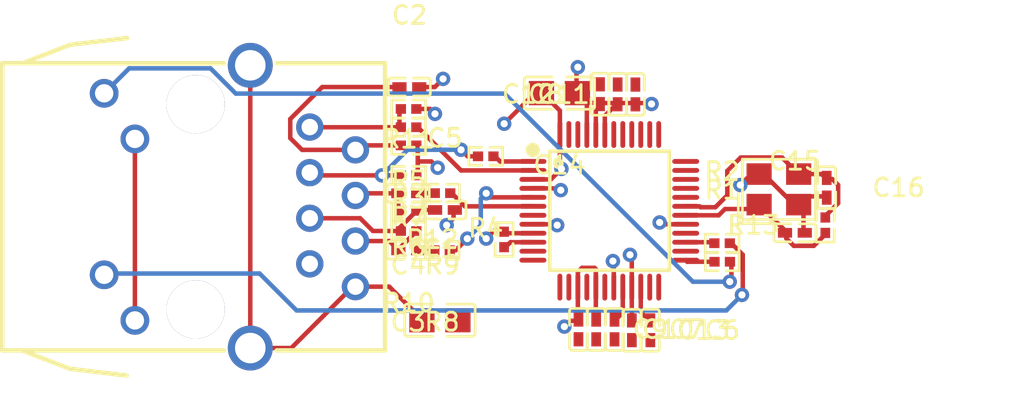
<source format=kicad_pcb>
(kicad_pcb (version 20240108) (generator "pcbnew") (generator_version "8.0")
  (layers (0 "F.Cu" signal) (31 "B.Cu" signal) (34 "B.Paste" user) (35 "F.Paste" user) (36 "B.SilkS" user "B.Silkscreen") (37 "F.SilkS" user "F.Silkscreen") (38 "B.Mask" user) (39 "F.Mask" user) (44 "Edge.Cuts" user))
  (net 0 "")
  (net 1 "TCT")
  (net 2 "LLED_minus")
  (net 3 "AVDD")
  (net 4 "RD_plus")
  (net 5 "RD_minus")
  (net 6 "CGND")
  (net 7 "TD_plus")
  (net 8 "TD_minus")
  (net 9 "RCT")
  (net 10 "RLED_minus")
  (net 11 "LINKLED")
  (net 12 "ACTLED")
  (net 13 "TXP")
  (net 14 "TXN")
  (net 15 "net-1")
  (net 16 "RXN")
  (net 17 "net")
  (net 18 "RXP")
  (net 19 "EXRES1")
  (net 20 "gnd")
  (net 21 "xin")
  (net 22 "xout")
  (net 23 "mosi")
  (net 24 "SCSn")
  (net 25 "sck")
  (net 26 "rsvd")
  (net 27 "_1V2O")
  (net 28 "MISO")
  (net 29 "TOCAP")
  (net 30 "DUPLED")
  (net 31 "interrupt")
  (net 32 "VBG")
  (net 33 "reset")
  (net 34 "SPDLED")
  (footprint "atopile:C0402-b3ef17" (layer "F.Cu") (at 101.563575 69.755 180)
    (property "Reference" "C3" (at 0 -4 0) (layer "F.SilkS"))
    (property "Value" "6.8nF ±10% 50V X7R")
    (fp_text user "${REFERENCE}" (at 0 -4 0) (layer "F.SilkS"))
    (pad "1" smd rect (at -0.55 0 180) (size 0.79 0.54) (layers "F.Cu" "F.Paste" "F.Mask") (net 15 "net-1"))
    (pad "2" smd rect (at 0.55 0 180) (size 0.79 0.54) (layers "F.Cu" "F.Paste" "F.Mask") (net 5 "RD_minus"))
  )
  (footprint "atopile:R0402-56259e" (layer "F.Cu") (at 101.583575 65.575 180)
    (property "Reference" "R6" (at 0 -4 0) (layer "F.SilkS"))
    (property "Value" "49.9Ω ±1% 62.5mW")
    (fp_text user "${REFERENCE}" (at 0 -4 0) (layer "F.SilkS"))
    (pad "1" smd rect (at -0.43 0 180) (size 0.57 0.54) (layers "F.Cu" "F.Paste" "F.Mask") (net 3 "AVDD"))
    (pad "2" smd rect (at 0.43 0 180) (size 0.57 0.54) (layers "F.Cu" "F.Paste" "F.Mask") (net 8 "TD_minus"))
  )
  (footprint "atopile:C0402-b3ef17" (layer "F.Cu") (at 114.201634 61.067987 90)
    (property "Reference" "C11" (at 0 -4 0) (layer "F.SilkS"))
    (property "Value" "100nF ±10% 16V X7R")
    (fp_text user "${REFERENCE}" (at 0 -4 0) (layer "F.SilkS"))
    (pad "1" smd rect (at -0.55 0 90) (size 0.79 0.54) (layers "F.Cu" "F.Paste" "F.Mask") (net 3 "AVDD"))
    (pad "2" smd rect (at 0.55 0 90) (size 0.79 0.54) (layers "F.Cu" "F.Paste" "F.Mask") (net 20 "gnd"))
  )
  (footprint "atopile:R0402-56259e" (layer "F.Cu") (at 101.583575 62.895 180)
    (property "Reference" "R3" (at 0 -4 0) (layer "F.SilkS"))
    (property "Value" "33Ω ±1% 62.5mW")
    (fp_text user "${REFERENCE}" (at 0 -4 0) (layer "F.SilkS"))
    (pad "1" smd rect (at -0.43 0 180) (size 0.57 0.54) (layers "F.Cu" "F.Paste" "F.Mask") (net 13 "TXP"))
    (pad "2" smd rect (at 0.43 0 180) (size 0.57 0.54) (layers "F.Cu" "F.Paste" "F.Mask") (net 7 "TD_plus"))
  )
  (footprint "lib:LQFP-48_L7.0-W7.0-P0.50-LS9.0-BL" (layer "F.Cu") (at 112.75 67.55 -90)
    (property "Reference" "U1" (hide yes))
    (property "Value" "")
    (pad "1" smd oval (at -2.75 4.25 270) (size 0.27 1.5) (layers "F.Cu" "F.Paste" "F.Mask") (net 14 "TXN"))
    (pad "2" smd oval (at -2.25 4.25 270) (size 0.27 1.5) (layers "F.Cu" "F.Paste" "F.Mask") (net 13 "TXP"))
    (pad "3" smd oval (at -1.75 4.25 270) (size 0.27 1.5) (layers "F.Cu" "F.Paste" "F.Mask") (net 20 "gnd"))
    (pad "4" smd oval (at -1.25 4.25 270) (size 0.27 1.5) (layers "F.Cu" "F.Paste" "F.Mask") (net 3 "AVDD"))
    (pad "5" smd oval (at -0.75 4.25 270) (size 0.27 1.5) (layers "F.Cu" "F.Paste" "F.Mask") (net 16 "RXN"))
    (pad "6" smd oval (at -0.25 4.25 270) (size 0.27 1.5) (layers "F.Cu" "F.Paste" "F.Mask") (net 18 "RXP"))
    (pad "7" smd oval (at 0.25 4.25 270) (size 0.27 1.5) (layers "F.Cu" "F.Paste" "F.Mask"))
    (pad "8" smd oval (at 0.75 4.25 270) (size 0.27 1.5) (layers "F.Cu" "F.Paste" "F.Mask") (net 3 "AVDD"))
    (pad "9" smd oval (at 1.25 4.25 270) (size 0.27 1.5) (layers "F.Cu" "F.Paste" "F.Mask") (net 20 "gnd"))
    (pad "10" smd oval (at 1.75 4.25 270) (size 0.27 1.5) (layers "F.Cu" "F.Paste" "F.Mask") (net 19 "EXRES1"))
    (pad "11" smd oval (at 2.25 4.25 270) (size 0.27 1.5) (layers "F.Cu" "F.Paste" "F.Mask") (net 3 "AVDD"))
    (pad "12" smd oval (at 2.75 4.25 270) (size 0.27 1.5) (layers "F.Cu" "F.Paste" "F.Mask"))
    (pad "13" smd oval (at 4.25 2.75 270) (size 1.5 0.27) (layers "F.Cu" "F.Paste" "F.Mask"))
    (pad "14" smd oval (at 4.25 2.25 270) (size 1.5 0.27) (layers "F.Cu" "F.Paste" "F.Mask") (net 20 "gnd"))
    (pad "15" smd oval (at 4.25 1.75 270) (size 1.5 0.27) (layers "F.Cu" "F.Paste" "F.Mask") (net 3 "AVDD"))
    (pad "16" smd oval (at 4.25 1.25 270) (size 1.5 0.27) (layers "F.Cu" "F.Paste" "F.Mask") (net 20 "gnd"))
    (pad "17" smd oval (at 4.25 0.75 270) (size 1.5 0.27) (layers "F.Cu" "F.Paste" "F.Mask") (net 3 "AVDD"))
    (pad "18" smd oval (at 4.25 0.25 270) (size 1.5 0.27) (layers "F.Cu" "F.Paste" "F.Mask") (net 32 "VBG"))
    (pad "19" smd oval (at 4.25 -0.25 270) (size 1.5 0.27) (layers "F.Cu" "F.Paste" "F.Mask") (net 20 "gnd"))
    (pad "20" smd oval (at 4.25 -0.75 270) (size 1.5 0.27) (layers "F.Cu" "F.Paste" "F.Mask") (net 29 "TOCAP"))
    (pad "21" smd oval (at 4.25 -1.25 270) (size 1.5 0.27) (layers "F.Cu" "F.Paste" "F.Mask") (net 3 "AVDD"))
    (pad "22" smd oval (at 4.25 -1.75 270) (size 1.5 0.27) (layers "F.Cu" "F.Paste" "F.Mask") (net 27 "_1V2O"))
    (pad "23" smd oval (at 4.25 -2.25 270) (size 1.5 0.27) (layers "F.Cu" "F.Paste" "F.Mask") (net 26 "rsvd"))
    (pad "24" smd oval (at 4.25 -2.75 270) (size 1.5 0.27) (layers "F.Cu" "F.Paste" "F.Mask") (net 34 "SPDLED"))
    (pad "25" smd oval (at 2.75 -4.25 270) (size 0.27 1.5) (layers "F.Cu" "F.Paste" "F.Mask") (net 11 "LINKLED"))
    (pad "26" smd oval (at 2.25 -4.25 270) (size 0.27 1.5) (layers "F.Cu" "F.Paste" "F.Mask") (net 30 "DUPLED"))
    (pad "27" smd oval (at 1.75 -4.25 270) (size 0.27 1.5) (layers "F.Cu" "F.Paste" "F.Mask") (net 12 "ACTLED"))
    (pad "28" smd oval (at 1.25 -4.25 270) (size 0.27 1.5) (layers "F.Cu" "F.Paste" "F.Mask") (net 3 "AVDD"))
    (pad "29" smd oval (at 0.75 -4.25 270) (size 0.27 1.5) (layers "F.Cu" "F.Paste" "F.Mask") (net 20 "gnd"))
    (pad "30" smd oval (at 0.25 -4.25 270) (size 0.27 1.5) (layers "F.Cu" "F.Paste" "F.Mask") (net 21 "xin"))
    (pad "31" smd oval (at -0.25 -4.25 270) (size 0.27 1.5) (layers "F.Cu" "F.Paste" "F.Mask") (net 22 "xout"))
    (pad "32" smd oval (at -0.75 -4.25 270) (size 0.27 1.5) (layers "F.Cu" "F.Paste" "F.Mask") (net 24 "SCSn"))
    (pad "33" smd oval (at -1.25 -4.25 270) (size 0.27 1.5) (layers "F.Cu" "F.Paste" "F.Mask") (net 25 "sck"))
    (pad "34" smd oval (at -1.75 -4.25 270) (size 0.27 1.5) (layers "F.Cu" "F.Paste" "F.Mask") (net 28 "MISO"))
    (pad "35" smd oval (at -2.25 -4.25 270) (size 0.27 1.5) (layers "F.Cu" "F.Paste" "F.Mask") (net 23 "mosi"))
    (pad "36" smd oval (at -2.75 -4.25 270) (size 0.27 1.5) (layers "F.Cu" "F.Paste" "F.Mask") (net 31 "interrupt"))
    (pad "37" smd oval (at -4.25 -2.75 270) (size 1.5 0.27) (layers "F.Cu" "F.Paste" "F.Mask") (net 33 "reset"))
    (pad "38" smd oval (at -4.25 -2.25 270) (size 1.5 0.27) (layers "F.Cu" "F.Paste" "F.Mask") (net 26 "rsvd"))
    (pad "39" smd oval (at -4.25 -1.75 270) (size 1.5 0.27) (layers "F.Cu" "F.Paste" "F.Mask") (net 26 "rsvd"))
    (pad "40" smd oval (at -4.25 -1.25 270) (size 1.5 0.27) (layers "F.Cu" "F.Paste" "F.Mask") (net 26 "rsvd"))
    (pad "41" smd oval (at -4.25 -0.75 270) (size 1.5 0.27) (layers "F.Cu" "F.Paste" "F.Mask") (net 26 "rsvd"))
    (pad "42" smd oval (at -4.25 -0.25 270) (size 1.5 0.27) (layers "F.Cu" "F.Paste" "F.Mask") (net 26 "rsvd"))
    (pad "43" smd oval (at -4.25 0.25 270) (size 1.5 0.27) (layers "F.Cu" "F.Paste" "F.Mask") (net 3 "AVDD"))
    (pad "44" smd oval (at -4.25 0.75 270) (size 1.5 0.27) (layers "F.Cu" "F.Paste" "F.Mask") (net 3 "AVDD"))
    (pad "45" smd oval (at -4.25 1.25 270) (size 1.5 0.27) (layers "F.Cu" "F.Paste" "F.Mask") (net 3 "AVDD"))
    (pad "46" smd oval (at -4.25 1.75 270) (size 1.5 0.27) (layers "F.Cu" "F.Paste" "F.Mask"))
    (pad "47" smd oval (at -4.25 2.25 270) (size 1.5 0.27) (layers "F.Cu" "F.Paste" "F.Mask"))
    (pad "48" smd oval (at -4.25 2.75 270) (size 1.5 0.27) (layers "F.Cu" "F.Paste" "F.Mask") (net 20 "gnd"))
  )
  (footprint "atopile:R0402-56259e" (layer "F.Cu") (at 101.583575 63.905 180)
    (property "Reference" "R7" (at 0 -4 0) (layer "F.SilkS"))
    (property "Value" "10Ω ±1% 62.5mW")
    (fp_text user "${REFERENCE}" (at 0 -4 0) (layer "F.SilkS"))
    (pad "1" smd rect (at -0.43 0 180) (size 0.57 0.54) (layers "F.Cu" "F.Paste" "F.Mask") (net 3 "AVDD"))
    (pad "2" smd rect (at 0.43 0 180) (size 0.57 0.54) (layers "F.Cu" "F.Paste" "F.Mask") (net 1 "TCT"))
  )
  (footprint "atopile:C0402-b3ef17" (layer "F.Cu") (at 123.075 68.775)
    (property "Reference" "C15" (at 0 -4 0) (layer "F.SilkS"))
    (property "Value" "10pF ±5% 50V C0G")
    (fp_text user "${REFERENCE}" (at 0 -4 0) (layer "F.SilkS"))
    (pad "1" smd rect (at -0.55 0) (size 0.79 0.54) (layers "F.Cu" "F.Paste" "F.Mask") (net 21 "xin"))
    (pad "2" smd rect (at 0.55 0) (size 0.79 0.54) (layers "F.Cu" "F.Paste" "F.Mask") (net 20 "gnd"))
  )
  (footprint "atopile:R0402-56259e" (layer "F.Cu") (at 105.875 64.515 180)
    (property "Reference" "R4" (at 0 -4 0) (layer "F.SilkS"))
    (property "Value" "33Ω ±1% 62.5mW")
    (fp_text user "${REFERENCE}" (at 0 -4 0) (layer "F.SilkS"))
    (pad "1" smd rect (at -0.43 0 180) (size 0.57 0.54) (layers "F.Cu" "F.Paste" "F.Mask") (net 14 "TXN"))
    (pad "2" smd rect (at 0.43 0 180) (size 0.57 0.54) (layers "F.Cu" "F.Paste" "F.Mask") (net 8 "TD_minus"))
  )
  (footprint "atopile:R0402-56259e" (layer "F.Cu") (at 103.445 69.745 180)
    (property "Reference" "R8" (at 0 -4 0) (layer "F.SilkS"))
    (property "Value" "33Ω ±1% 62.5mW")
    (fp_text user "${REFERENCE}" (at 0 -4 0) (layer "F.SilkS"))
    (pad "1" smd rect (at -0.43 0 180) (size 0.57 0.54) (layers "F.Cu" "F.Paste" "F.Mask") (net 16 "RXN"))
    (pad "2" smd rect (at 0.43 0 180) (size 0.57 0.54) (layers "F.Cu" "F.Paste" "F.Mask") (net 15 "net-1"))
  )
  (footprint "atopile:R0402-56259e" (layer "F.Cu") (at 119.025 69.355)
    (property "Reference" "R2" (at 0 -4 0) (layer "F.SilkS"))
    (property "Value" "220Ω ±1% 62.5mW")
    (fp_text user "${REFERENCE}" (at 0 -4 0) (layer "F.SilkS"))
    (pad "1" smd rect (at -0.43 0) (size 0.57 0.54) (layers "F.Cu" "F.Paste" "F.Mask") (net 12 "ACTLED"))
    (pad "2" smd rect (at 0.43 0) (size 0.57 0.54) (layers "F.Cu" "F.Paste" "F.Mask") (net 10 "RLED_minus"))
  )
  (footprint "lib:RJ45-TH_J1B1211CCD" (layer "F.Cu") (at 91.635 67.325 -90)
    (property "Reference" "U2" (hide yes))
    (property "Value" "")
    (pad "" thru_hole circle (at -5.71 1.9 270) (size 3.25 3.25) (drill 3.25) (layers "*.Cu" "*.Mask"))
    (pad "" thru_hole circle (at 5.72 1.9 270) (size 3.25 3.25) (drill 3.25) (layers "*.Cu" "*.Mask"))
    (pad "1" thru_hole circle (at -4.44 -4.45 270) (size 1.52 1.52) (drill 0.9144) (layers "*.Cu" "*.Mask") (net 7 "TD_plus"))
    (pad "2" thru_hole circle (at -3.17 -6.99 270) (size 1.52 1.52) (drill 0.9144) (layers "*.Cu" "*.Mask") (net 1 "TCT"))
    (pad "3" thru_hole circle (at -1.9 -4.45 270) (size 1.52 1.52) (drill 0.9144) (layers "*.Cu" "*.Mask") (net 8 "TD_minus"))
    (pad "4" thru_hole circle (at -0.63 -6.99 270) (size 1.52 1.52) (drill 0.9144) (layers "*.Cu" "*.Mask") (net 4 "RD_plus"))
    (pad "5" thru_hole circle (at 0.64 -4.45 270) (size 1.52 1.52) (drill 0.9144) (layers "*.Cu" "*.Mask") (net 9 "RCT"))
    (pad "6" thru_hole circle (at 1.91 -6.99 270) (size 1.52 1.52) (drill 0.9144) (layers "*.Cu" "*.Mask") (net 5 "RD_minus"))
    (pad "7" thru_hole circle (at 3.18 -4.45 270) (size 1.52 1.52) (drill 0.9144) (layers "*.Cu" "*.Mask"))
    (pad "8" thru_hole circle (at 4.45 -6.99 270) (size 1.52 1.52) (drill 0.9144) (layers "*.Cu" "*.Mask") (net 6 "CGND"))
    (pad "9" thru_hole circle (at -6.32 6.99 270) (size 1.6 1.6) (drill 1.020013) (layers "*.Cu" "*.Mask") (net 2 "LLED_minus"))
    (pad "10" thru_hole circle (at -3.78 5.28 270) (size 1.6 1.6) (drill 1.020013) (layers "*.Cu" "*.Mask") (net 3 "AVDD"))
    (pad "11" thru_hole circle (at 3.79 6.99 270) (size 1.6 1.6) (drill 1.020013) (layers "*.Cu" "*.Mask") (net 10 "RLED_minus"))
    (pad "12" thru_hole circle (at 6.33 5.28 270) (size 1.6 1.6) (drill 1.020013) (layers "*.Cu" "*.Mask") (net 3 "AVDD"))
    (pad "13" thru_hole circle (at -7.88 -1.14 270) (size 2.5 2.5) (drill 1.700022) (layers "*.Cu" "*.Mask") (net 6 "CGND"))
    (pad "14" thru_hole circle (at 7.87 -1.14 270) (size 2.5 2.5) (drill 1.700022) (layers "*.Cu" "*.Mask") (net 6 "CGND"))
  )
  (footprint "atopile:R0402-56259e" (layer "F.Cu") (at 103.470125 66.567682 180)
    (property "Reference" "R9" (at 0 -4 0) (layer "F.SilkS"))
    (property "Value" "33Ω ±1% 62.5mW")
    (fp_text user "${REFERENCE}" (at 0 -4 0) (layer "F.SilkS"))
    (pad "1" smd rect (at -0.43 0 180) (size 0.57 0.54) (layers "F.Cu" "F.Paste" "F.Mask") (net 18 "RXP"))
    (pad "2" smd rect (at 0.43 0 180) (size 0.57 0.54) (layers "F.Cu" "F.Paste" "F.Mask") (net 17 "net"))
  )
  (footprint "atopile:C0402-b3ef17" (layer "F.Cu") (at 114.005 74.205 -90)
    (property "Reference" "C13" (at 0 -4 0) (layer "F.SilkS"))
    (property "Value" "100nF ±10% 16V X7R")
    (fp_text user "${REFERENCE}" (at 0 -4 0) (layer "F.SilkS"))
    (pad "1" smd rect (at -0.55 0 270) (size 0.79 0.54) (layers "F.Cu" "F.Paste" "F.Mask") (net 3 "AVDD"))
    (pad "2" smd rect (at 0.55 0 270) (size 0.79 0.54) (layers "F.Cu" "F.Paste" "F.Mask") (net 20 "gnd"))
  )
  (footprint "atopile:C0402-b3ef17" (layer "F.Cu") (at 113.215 61.065 90)
    (property "Reference" "C8" (at 0 -4 0) (layer "F.SilkS"))
    (property "Value" "100nF ±10% 16V X7R")
    (fp_text user "${REFERENCE}" (at 0 -4 0) (layer "F.SilkS"))
    (pad "1" smd rect (at -0.55 0 90) (size 0.79 0.54) (layers "F.Cu" "F.Paste" "F.Mask") (net 3 "AVDD"))
    (pad "2" smd rect (at 0.55 0 90) (size 0.79 0.54) (layers "F.Cu" "F.Paste" "F.Mask") (net 20 "gnd"))
  )
  (footprint "atopile:R0402-56259e" (layer "F.Cu") (at 106.895 69.145 90)
    (property "Reference" "R12" (at 0 -4 0) (layer "F.SilkS"))
    (property "Value" "12.4kΩ ±1% 62.5mW")
    (fp_text user "${REFERENCE}" (at 0 -4 0) (layer "F.SilkS"))
    (pad "1" smd rect (at -0.43 0 90) (size 0.57 0.54) (layers "F.Cu" "F.Paste" "F.Mask") (net 19 "EXRES1"))
    (pad "2" smd rect (at 0.43 0 90) (size 0.57 0.54) (layers "F.Cu" "F.Paste" "F.Mask") (net 20 "gnd"))
  )
  (footprint "atopile:R0402-56259e" (layer "F.Cu") (at 101.583575 61.875546 180)
    (property "Reference" "R5" (at 0 -4 0) (layer "F.SilkS"))
    (property "Value" "49.9Ω ±1% 62.5mW")
    (fp_text user "${REFERENCE}" (at 0 -4 0) (layer "F.SilkS"))
    (pad "1" smd rect (at -0.43 0 180) (size 0.57 0.54) (layers "F.Cu" "F.Paste" "F.Mask") (net 3 "AVDD"))
    (pad "2" smd rect (at 0.43 0 180) (size 0.57 0.54) (layers "F.Cu" "F.Paste" "F.Mask") (net 7 "TD_plus"))
  )
  (footprint "atopile:R0402-56259e" (layer "F.Cu") (at 101.583575 68.675 180)
    (property "Reference" "R10" (at 0 -4 0) (layer "F.SilkS"))
    (property "Value" "49.9Ω ±1% 62.5mW")
    (fp_text user "${REFERENCE}" (at 0 -4 0) (layer "F.SilkS"))
    (pad "1" smd rect (at -0.43 0 180) (size 0.57 0.54) (layers "F.Cu" "F.Paste" "F.Mask") (net 5 "RD_minus"))
    (pad "2" smd rect (at 0.43 0 180) (size 0.57 0.54) (layers "F.Cu" "F.Paste" "F.Mask") (net 9 "RCT"))
  )
  (footprint "atopile:R0402-56259e" (layer "F.Cu") (at 101.583575 67.550822)
    (property "Reference" "R11" (at 0 -4 0) (layer "F.SilkS"))
    (property "Value" "49.9Ω ±1% 62.5mW")
    (fp_text user "${REFERENCE}" (at 0 -4 0) (layer "F.SilkS"))
    (pad "1" smd rect (at -0.43 0) (size 0.57 0.54) (layers "F.Cu" "F.Paste" "F.Mask") (net 4 "RD_plus"))
    (pad "2" smd rect (at 0.43 0) (size 0.57 0.54) (layers "F.Cu" "F.Paste" "F.Mask") (net 9 "RCT"))
  )
  (footprint "atopile:C0805-3b2e55" (layer "F.Cu") (at 109.975 60.995 180)
    (property "Reference" "C14" (at 0 -4 0) (layer "F.SilkS"))
    (property "Value" "10µF ±10% 25V X5R")
    (fp_text user "${REFERENCE}" (at 0 -4 0) (layer "F.SilkS"))
    (pad "1" smd rect (at -1 0 180) (size 1.41 1.35) (layers "F.Cu" "F.Paste" "F.Mask") (net 3 "AVDD"))
    (pad "2" smd rect (at 1 0 180) (size 1.41 1.35) (layers "F.Cu" "F.Paste" "F.Mask") (net 20 "gnd"))
  )
  (footprint "atopile:R0402-56259e" (layer "F.Cu") (at 119.03304 70.387562)
    (property "Reference" "R1" (at 0 -4 0) (layer "F.SilkS"))
    (property "Value" "220Ω ±1% 62.5mW")
    (fp_text user "${REFERENCE}" (at 0 -4 0) (layer "F.SilkS"))
    (pad "1" smd rect (at -0.43 0) (size 0.57 0.54) (layers "F.Cu" "F.Paste" "F.Mask") (net 11 "LINKLED"))
    (pad "2" smd rect (at 0.43 0) (size 0.57 0.54) (layers "F.Cu" "F.Paste" "F.Mask") (net 2 "LLED_minus"))
  )
  (footprint "atopile:R0402-56259e" (layer "F.Cu") (at 124.766791 68.351886 90)
    (property "Reference" "R13" (at 0 -4 0) (layer "F.SilkS"))
    (property "Value" "1MΩ ±1% 62.5mW")
    (fp_text user "${REFERENCE}" (at 0 -4 0) (layer "F.SilkS"))
    (pad "1" smd rect (at -0.43 0 90) (size 0.57 0.54) (layers "F.Cu" "F.Paste" "F.Mask") (net 21 "xin"))
    (pad "2" smd rect (at 0.43 0 90) (size 0.57 0.54) (layers "F.Cu" "F.Paste" "F.Mask") (net 22 "xout"))
  )
  (footprint "atopile:C0402-b3ef17" (layer "F.Cu") (at 103.605125 67.502682)
    (property "Reference" "C5" (at 0 -4 0) (layer "F.SilkS"))
    (property "Value" "10nF ±10% 50V X7R")
    (fp_text user "${REFERENCE}" (at 0 -4 0) (layer "F.SilkS"))
    (pad "1" smd rect (at -0.55 0) (size 0.79 0.54) (layers "F.Cu" "F.Paste" "F.Mask") (net 9 "RCT"))
    (pad "2" smd rect (at 0.55 0) (size 0.79 0.54) (layers "F.Cu" "F.Paste" "F.Mask") (net 20 "gnd"))
  )
  (footprint "atopile:C0805-3b2e55" (layer "F.Cu") (at 103.325 73.645)
    (property "Reference" "C1" (at 0 -4 0) (layer "F.SilkS"))
    (property "Value" "1nF ±10% 50V X7R")
    (fp_text user "${REFERENCE}" (at 0 -4 0) (layer "F.SilkS"))
    (pad "1" smd rect (at -1 0) (size 1.41 1.35) (layers "F.Cu" "F.Paste" "F.Mask") (net 6 "CGND"))
    (pad "2" smd rect (at 1 0) (size 1.41 1.35) (layers "F.Cu" "F.Paste" "F.Mask") (net 20 "gnd"))
  )
  (footprint "atopile:C0402-b3ef17" (layer "F.Cu") (at 101.625 60.655)
    (property "Reference" "C2" (at 0 -4 0) (layer "F.SilkS"))
    (property "Value" "22nF ±10% 50V X7R")
    (fp_text user "${REFERENCE}" (at 0 -4 0) (layer "F.SilkS"))
    (pad "1" smd rect (at -0.55 0) (size 0.79 0.54) (layers "F.Cu" "F.Paste" "F.Mask") (net 1 "TCT"))
    (pad "2" smd rect (at 0.55 0) (size 0.79 0.54) (layers "F.Cu" "F.Paste" "F.Mask") (net 20 "gnd"))
  )
  (footprint "atopile:C0402-b3ef17" (layer "F.Cu") (at 113.041337 74.159466 -90)
    (property "Reference" "C7" (at 0 -4 0) (layer "F.SilkS"))
    (property "Value" "4.7µF ±10% 10V X5R")
    (fp_text user "${REFERENCE}" (at 0 -4 0) (layer "F.SilkS"))
    (pad "1" smd rect (at -0.55 0 270) (size 0.79 0.54) (layers "F.Cu" "F.Paste" "F.Mask") (net 29 "TOCAP"))
    (pad "2" smd rect (at 0.55 0 270) (size 0.79 0.54) (layers "F.Cu" "F.Paste" "F.Mask") (net 20 "gnd"))
  )
  (footprint "lib:CRYSTAL-SMD_4P-L3.2-W2.5-BL" (layer "F.Cu") (at 122.185 66.355)
    (property "Reference" "U3" (hide yes))
    (property "Value" "")
    (pad "1" smd rect (at -1.1 0.85) (size 1.4 1.2) (layers "F.Cu" "F.Paste" "F.Mask") (net 21 "xin"))
    (pad "2" smd rect (at 1.1 0.85) (size 1.4 1.2) (layers "F.Cu" "F.Paste" "F.Mask") (net 20 "gnd"))
    (pad "3" smd rect (at 1.1 -0.85) (size 1.4 1.2) (layers "F.Cu" "F.Paste" "F.Mask") (net 22 "xout"))
    (pad "4" smd rect (at -1.1 -0.85) (size 1.4 1.2) (layers "F.Cu" "F.Paste" "F.Mask") (net 20 "gnd"))
  )
  (footprint "atopile:C0402-b3ef17" (layer "F.Cu") (at 111.033825 74.155907 -90)
    (property "Reference" "C9" (at 0 -4 0) (layer "F.SilkS"))
    (property "Value" "100nF ±10% 16V X7R")
    (fp_text user "${REFERENCE}" (at 0 -4 0) (layer "F.SilkS"))
    (pad "1" smd rect (at -0.55 0 270) (size 0.79 0.54) (layers "F.Cu" "F.Paste" "F.Mask") (net 3 "AVDD"))
    (pad "2" smd rect (at 0.55 0 270) (size 0.79 0.54) (layers "F.Cu" "F.Paste" "F.Mask") (net 20 "gnd"))
  )
  (footprint "atopile:C0402-b3ef17" (layer "F.Cu") (at 112.019446 74.158947 -90)
    (property "Reference" "C10" (at 0 -4 0) (layer "F.SilkS"))
    (property "Value" "100nF ±10% 16V X7R")
    (fp_text user "${REFERENCE}" (at 0 -4 0) (layer "F.SilkS"))
    (pad "1" smd rect (at -0.55 0 270) (size 0.79 0.54) (layers "F.Cu" "F.Paste" "F.Mask") (net 3 "AVDD"))
    (pad "2" smd rect (at 0.55 0 270) (size 0.79 0.54) (layers "F.Cu" "F.Paste" "F.Mask") (net 20 "gnd"))
  )
  (footprint "atopile:C0402-b3ef17" (layer "F.Cu") (at 115.035 74.205 -90)
    (property "Reference" "C6" (at 0 -4 0) (layer "F.SilkS"))
    (property "Value" "10nF ±10% 50V X7R")
    (fp_text user "${REFERENCE}" (at 0 -4 0) (layer "F.SilkS"))
    (pad "1" smd rect (at -0.55 0 270) (size 0.79 0.54) (layers "F.Cu" "F.Paste" "F.Mask") (net 27 "_1V2O"))
    (pad "2" smd rect (at 0.55 0 270) (size 0.79 0.54) (layers "F.Cu" "F.Paste" "F.Mask") (net 20 "gnd"))
  )
  (footprint "atopile:C0402-b3ef17" (layer "F.Cu") (at 101.563575 66.575 180)
    (property "Reference" "C4" (at 0 -4 0) (layer "F.SilkS"))
    (property "Value" "6.8nF ±10% 50V X7R")
    (fp_text user "${REFERENCE}" (at 0 -4 0) (layer "F.SilkS"))
    (pad "1" smd rect (at -0.55 0 180) (size 0.79 0.54) (layers "F.Cu" "F.Paste" "F.Mask") (net 17 "net"))
    (pad "2" smd rect (at 0.55 0 180) (size 0.79 0.54) (layers "F.Cu" "F.Paste" "F.Mask") (net 4 "RD_plus"))
  )
  (footprint "atopile:C0402-b3ef17" (layer "F.Cu") (at 124.846602 66.265794 -90)
    (property "Reference" "C16" (at 0 -4 0) (layer "F.SilkS"))
    (property "Value" "10pF ±5% 50V C0G")
    (fp_text user "${REFERENCE}" (at 0 -4 0) (layer "F.SilkS"))
    (pad "1" smd rect (at -0.55 0 270) (size 0.79 0.54) (layers "F.Cu" "F.Paste" "F.Mask") (net 22 "xout"))
    (pad "2" smd rect (at 0.55 0 270) (size 0.79 0.54) (layers "F.Cu" "F.Paste" "F.Mask") (net 20 "gnd"))
  )
  (footprint "atopile:C0402-b3ef17" (layer "F.Cu") (at 112.235 61.055 90)
    (property "Reference" "C12" (at 0 -4 0) (layer "F.SilkS"))
    (property "Value" "100nF ±10% 16V X7R")
    (fp_text user "${REFERENCE}" (at 0 -4 0) (layer "F.SilkS"))
    (pad "1" smd rect (at -0.55 0 90) (size 0.79 0.54) (layers "F.Cu" "F.Paste" "F.Mask") (net 3 "AVDD"))
    (pad "2" smd rect (at 0.55 0 90) (size 0.79 0.54) (layers "F.Cu" "F.Paste" "F.Mask") (net 20 "gnd"))
  )
  (segment (start 101.075 60.655) (end 96.780578 60.655) (width 0.25) (layer "F.Cu") (net 1))
  (segment (start 95.655 64.155) (end 98.625 64.155) (width 0.25) (layer "F.Cu") (net 1))
  (segment (start 101.085 63.905) (end 98.875 63.905) (width 0.25) (layer "F.Cu") (net 1))
  (segment (start 96.780578 60.655) (end 95 62.435578) (width 0.25) (layer "F.Cu") (net 1))
  (segment (start 95 63.5) (end 95.655 64.155) (width 0.25) (layer "F.Cu") (net 1))
  (segment (start 95 62.435578) (end 95 63.5) (width 0.25) (layer "F.Cu") (net 1))
  (segment (start 98.875 63.905) (end 98.625 64.155) (width 0.25) (layer "F.Cu") (net 1))
  (segment (start 119.54304 71.40696) (end 119.45 71.5) (width 0.25) (layer "F.Cu") (net 2))
  (segment (start 119.54304 70.387562) (end 119.54304 71.40696) (width 0.25) (layer "F.Cu") (net 2))
  (via (at 119.45 71.5) (size 0.8) (drill 0.4) (layers "F.Cu" "B.Cu") (net 2))
  (segment (start 90.563427 59.615) (end 86.035 59.615) (width 0.25) (layer "B.Cu") (net 2))
  (segment (start 86.035 59.615) (end 84.645 61.005) (width 0.25) (layer "B.Cu") (net 2))
  (segment (start 106.92 61.02) (end 91.968427 61.02) (width 0.25) (layer "B.Cu") (net 2))
  (segment (start 91.968427 61.02) (end 90.563427 59.615) (width 0.25) (layer "B.Cu") (net 2))
  (segment (start 119.45 71.5) (end 117.4 71.5) (width 0.25) (layer "B.Cu") (net 2))
  (segment (start 117.4 71.5) (end 106.92 61.02) (width 0.25) (layer "B.Cu") (net 2))
  (segment (start 112 71.8) (end 112 73.659501) (width 0.25) (layer "F.Cu") (net 3))
  (segment (start 102.85 64.8) (end 103.2 65.15) (width 0.25) (layer "F.Cu") (net 3))
  (segment (start 114.201634 61.547987) (end 115.047987 61.547987) (width 0.25) (layer "F.Cu") (net 3))
  (segment (start 110.925 59.625) (end 111 59.55) (width 0.25) (layer "F.Cu") (net 3))
  (segment (start 86.355 73.655) (end 86.355 63.545) (width 0.25) (layer "F.Cu") (net 3))
  (segment (start 114 71.8) (end 114 73.72) (width 0.25) (layer "F.Cu") (net 3))
  (segment (start 108.5 68.3) (end 109.8 68.3) (width 0.25) (layer "F.Cu") (net 3))
  (segment (start 112 61.77) (end 112.235 61.535) (width 0.25) (layer "F.Cu") (net 3))
  (segment (start 111.465 61.535) (end 110.925 60.995) (width 0.25) (layer "F.Cu") (net 3))
  (segment (start 110.574093 73.675907) (end 110.25 74) (width 0.25) (layer "F.Cu") (net 3))
  (segment (start 114.201634 61.547987) (end 112.247987 61.547987) (width 0.25) (layer "F.Cu") (net 3))
  (segment (start 112 63.3) (end 112 61.77) (width 0.25) (layer "F.Cu") (net 3))
  (segment (start 112 70.8) (end 111.925 70.725) (width 0.25) (layer "F.Cu") (net 3))
  (segment (start 111.033825 73.675907) (end 110.574093 73.675907) (width 0.25) (layer "F.Cu") (net 3))
  (segment (start 102.093575 64.8) (end 102.85 64.8) (width 0.25) (layer "F.Cu") (net 3))
  (segment (start 112.235 61.535) (end 111.465 61.535) (width 0.25) (layer "F.Cu") (net 3))
  (segment (start 112.5 63.3) (end 112.5 62.26) (width 0.25) (layer "F.Cu") (net 3))
  (segment (start 115.047987 61.547987) (end 115.1 61.6) (width 0.25) (layer "F.Cu") (net 3))
  (segment (start 111.5 61.57) (end 110.925 60.995) (width 0.25) (layer "F.Cu") (net 3))
  (segment (start 111.229462 70.725) (end 111 70.954462) (width 0.25) (layer "F.Cu") (net 3))
  (segment (start 102.093575 63.905) (end 102.093575 64.8) (width 0.25) (layer "F.Cu") (net 3))
  (segment (start 109.8 68.3) (end 109.85 68.35) (width 0.25) (layer "F.Cu") (net 3))
  (segment (start 102.775546 61.875546) (end 103.05 62.15) (width 0.25) (layer "F.Cu") (net 3))
  (segment (start 111.082918 73.725) (end 111.033825 73.675907) (width 0.25) (layer "F.Cu") (net 3))
  (segment (start 108.5 66.3) (end 109.95 66.3) (width 0.25) (layer "F.Cu") (net 3))
  (segment (start 102.093575 61.875546) (end 102.775546 61.875546) (width 0.25) (layer "F.Cu") (net 3))
  (segment (start 112.5 62.26) (end 113.215 61.545) (width 0.25) (layer "F.Cu") (net 3))
  (segment (start 111.925 70.725) (end 111.229462 70.725) (width 0.25) (layer "F.Cu") (net 3))
  (segment (start 111 71.8) (end 111 73.642082) (width 0.25) (layer "F.Cu") (net 3))
  (segment (start 112.247987 61.547987) (end 112.235 61.535) (width 0.25) (layer "F.Cu") (net 3))
  (segment (start 112 71.034462) (end 112 71.8) (width 0.25) (layer "F.Cu") (net 3))
  (segment (start 111.5 63.3) (end 111.5 61.57) (width 0.25) (layer "F.Cu") (net 3))
  (segment (start 112 71.8) (end 112 70.8) (width 0.25) (layer "F.Cu") (net 3))
  (segment (start 111 73.642082) (end 111.033825 73.675907) (width 0.25) (layer "F.Cu") (net 3))
  (segment (start 114 73.72) (end 114.005 73.725) (width 0.25) (layer "F.Cu") (net 3))
  (segment (start 109.95 66.3) (end 110.05 66.4) (width 0.25) (layer "F.Cu") (net 3))
  (segment (start 110.925 60.995) (end 110.925 59.625) (width 0.25) (layer "F.Cu") (net 3))
  (segment (start 111 70.954462) (end 111 71.8) (width 0.25) (layer "F.Cu") (net 3))
  (segment (start 102.093575 64.8) (end 102.093575 65.575) (width 0.25) (layer "F.Cu") (net 3))
  (segment (start 114 71.8) (end 114 70.1) (width 0.25) (layer "F.Cu") (net 3))
  (segment (start 114 70.1) (end 113.9 70) (width 0.25) (layer "F.Cu") (net 3))
  (segment (start 112 73.659501) (end 112.019446 73.678947) (width 0.25) (layer "F.Cu") (net 3))
  (via (at 113.9 70) (size 0.8) (drill 0.4) (layers "F.Cu" "B.Cu") (net 3))
  (via (at 115.1 61.6) (size 0.8) (drill 0.4) (layers "F.Cu" "B.Cu") (net 3))
  (via (at 103.05 62.15) (size 0.8) (drill 0.4) (layers "F.Cu" "B.Cu") (net 3))
  (via (at 109.85 68.35) (size 0.8) (drill 0.4) (layers "F.Cu" "B.Cu") (net 3))
  (via (at 111 59.55) (size 0.8) (drill 0.4) (layers "F.Cu" "B.Cu") (net 3))
  (via (at 103.2 65.15) (size 0.8) (drill 0.4) (layers "F.Cu" "B.Cu") (net 3))
  (via (at 110.25 74) (size 0.8) (drill 0.4) (layers "F.Cu" "B.Cu") (net 3))
  (via (at 110.05 66.4) (size 0.8) (drill 0.4) (layers "F.Cu" "B.Cu") (net 3))
  (segment (start 98.745 66.575) (end 98.625 66.695) (width 0.25) (layer "F.Cu") (net 4))
  (segment (start 101.035 66.575) (end 98.745 66.575) (width 0.25) (layer "F.Cu") (net 4))
  (segment (start 101.009424 66.600576) (end 101.035 66.575) (width 0.25) (layer "F.Cu") (net 4))
  (segment (start 101.009424 67.550822) (end 101.009424 66.600576) (width 0.25) (layer "F.Cu") (net 4))
  (segment (start 98.625 69.235) (end 100.515 69.235) (width 0.25) (layer "F.Cu") (net 5))
  (segment (start 100.515 69.235) (end 101.035 69.755) (width 0.25) (layer "F.Cu") (net 5))
  (segment (start 98.655 69.265) (end 98.655 69.755) (width 0.25) (layer "F.Cu") (net 5))
  (segment (start 98.625 69.235) (end 98.655 69.265) (width 0.25) (layer "F.Cu") (net 5))
  (segment (start 101.035 69.755) (end 101.035 69.675) (width 0.25) (layer "F.Cu") (net 5))
  (segment (start 101.035 69.675) (end 102.035 68.675) (width 0.25) (layer "F.Cu") (net 5))
  (segment (start 98.655 69.205) (end 98.625 69.235) (width 0.25) (layer "F.Cu") (net 5))
  (segment (start 102.375 73.645) (end 100.505 71.775) (width 0.25) (layer "F.Cu") (net 6))
  (segment (start 100.505 71.775) (end 98.625 71.775) (width 0.25) (layer "F.Cu") (net 6))
  (segment (start 92.775 75.195) (end 92.775 59.445) (width 0.25) (layer "F.Cu") (net 6))
  (segment (start 98.625 71.775) (end 98.475 71.775) (width 0.25) (layer "F.Cu") (net 6))
  (segment (start 95.055 75.195) (end 92.775 75.195) (width 0.25) (layer "F.Cu") (net 6))
  (segment (start 98.475 71.775) (end 95.055 75.195) (width 0.25) (layer "F.Cu") (net 6))
  (segment (start 101.073575 61.875546) (end 101.073575 62.893575) (width 0.25) (layer "F.Cu") (net 7))
  (segment (start 101.075 62.895) (end 96.095 62.895) (width 0.25) (layer "F.Cu") (net 7))
  (segment (start 96.095 62.895) (end 96.085 62.885) (width 0.25) (layer "F.Cu") (net 7))
  (segment (start 101.073575 62.893575) (end 101.075 62.895) (width 0.25) (layer "F.Cu") (net 7))
  (segment (start 101.035 65.575) (end 100.1 65.575) (width 0.25) (layer "F.Cu") (net 8))
  (segment (start 100.1 65.575) (end 96.235 65.575) (width 0.25) (layer "F.Cu") (net 8))
  (segment (start 96.235 65.575) (end 96.085 65.425) (width 0.25) (layer "F.Cu") (net 8))
  (segment (start 104.865 64.515) (end 104.5 64.15) (width 0.25) (layer "F.Cu") (net 8))
  (segment (start 105.365 64.515) (end 104.865 64.515) (width 0.25) (layer "F.Cu") (net 8))
  (via (at 104.5 64.15) (size 0.8) (drill 0.4) (layers "F.Cu" "B.Cu") (net 8))
  (via (at 100.1 65.575) (size 0.8) (drill 0.4) (layers "F.Cu" "B.Cu") (net 8))
  (segment (start 104.5 64.15) (end 101.525 64.15) (width 0.25) (layer "B.Cu") (net 8))
  (segment (start 101.525 64.15) (end 100.1 65.575) (width 0.25) (layer "B.Cu") (net 8))
  (segment (start 99.599422 68.675) (end 98.889422 67.965) (width 0.25) (layer "F.Cu") (net 9))
  (segment (start 102.077564 67.502682) (end 102.029424 67.550822) (width 0.25) (layer "F.Cu") (net 9))
  (segment (start 103.125125 67.502682) (end 102.077564 67.502682) (width 0.25) (layer "F.Cu") (net 9))
  (segment (start 102.029424 67.550822) (end 101.015 68.565246) (width 0.25) (layer "F.Cu") (net 9))
  (segment (start 98.889422 67.965) (end 96.085 67.965) (width 0.25) (layer "F.Cu") (net 9))
  (segment (start 101.015 68.565246) (end 101.015 68.675) (width 0.25) (layer "F.Cu") (net 9))
  (segment (start 101.015 68.675) (end 99.599422 68.675) (width 0.25) (layer "F.Cu") (net 9))
  (segment (start 120.175 72.188248) (end 120.130453 72.232795) (width 0.25) (layer "F.Cu") (net 10))
  (segment (start 119.535 69.355) (end 120.175 69.995) (width 0.25) (layer "F.Cu") (net 10))
  (segment (start 120.175 69.995) (end 120.175 72.188248) (width 0.25) (layer "F.Cu") (net 10))
  (via (at 120.130453 72.232795) (size 0.8) (drill 0.4) (layers "F.Cu" "B.Cu") (net 10))
  (segment (start 84.715 71.045) (end 84.645 71.115) (width 0.25) (layer "B.Cu") (net 10))
  (segment (start 119.263248 73.1) (end 95.35 73.1) (width 0.25) (layer "B.Cu") (net 10))
  (segment (start 95.35 73.1) (end 93.295 71.045) (width 0.25) (layer "B.Cu") (net 10))
  (segment (start 120.130453 72.232795) (end 119.263248 73.1) (width 0.25) (layer "B.Cu") (net 10))
  (segment (start 93.295 71.045) (end 84.715 71.045) (width 0.25) (layer "B.Cu") (net 10))
  (segment (start 117.087562 70.387562) (end 117 70.3) (width 0.25) (layer "F.Cu") (net 11))
  (segment (start 118.52304 70.387562) (end 117.087562 70.387562) (width 0.25) (layer "F.Cu") (net 11))
  (segment (start 117 69.3) (end 118.46 69.3) (width 0.25) (layer "F.Cu") (net 12))
  (segment (start 118.46 69.3) (end 118.515 69.355) (width 0.25) (layer "F.Cu") (net 12))
  (segment (start 102.095 62.895) (end 104.5 65.3) (width 0.25) (layer "F.Cu") (net 13))
  (segment (start 104.5 65.3) (end 108.5 65.3) (width 0.25) (layer "F.Cu") (net 13))
  (segment (start 108.5 64.8) (end 106.67 64.8) (width 0.25) (layer "F.Cu") (net 14))
  (segment (start 106.67 64.8) (end 106.385 64.515) (width 0.25) (layer "F.Cu") (net 14))
  (segment (start 102.935 69.745) (end 102.053575 69.745) (width 0.25) (layer "F.Cu") (net 15))
  (segment (start 102.053575 69.745) (end 102.043575 69.755) (width 0.25) (layer "F.Cu") (net 15))
  (segment (start 108.5 66.8) (end 106.125 66.8) (width 0.25) (layer "F.Cu") (net 16))
  (segment (start 106.125 66.8) (end 105.9 66.575) (width 0.25) (layer "F.Cu") (net 16))
  (segment (start 104.205 69.745) (end 104.85 69.1) (width 0.25) (layer "F.Cu") (net 16))
  (segment (start 103.955 69.745) (end 104.205 69.745) (width 0.25) (layer "F.Cu") (net 16))
  (via (at 105.9 66.575) (size 0.8) (drill 0.4) (layers "F.Cu" "B.Cu") (net 16))
  (via (at 104.85 69.1) (size 0.8) (drill 0.4) (layers "F.Cu" "B.Cu") (net 16))
  (segment (start 105.9 66.575) (end 105.6 66.875) (width 0.25) (layer "B.Cu") (net 16))
  (segment (start 105.6 66.875) (end 105.6 68.35) (width 0.25) (layer "B.Cu") (net 16))
  (segment (start 105.6 68.35) (end 104.85 69.1) (width 0.25) (layer "B.Cu") (net 16))
  (segment (start 102.002318 66.567682) (end 101.995 66.575) (width 0.25) (layer "F.Cu") (net 17))
  (segment (start 102.960125 66.567682) (end 102.002318 66.567682) (width 0.25) (layer "F.Cu") (net 17))
  (segment (start 103.980125 66.567682) (end 104.712443 67.3) (width 0.25) (layer "F.Cu") (net 18))
  (segment (start 104.712443 67.3) (end 108.5 67.3) (width 0.25) (layer "F.Cu") (net 18))
  (segment (start 108.5 69.3) (end 107.25 69.3) (width 0.25) (layer "F.Cu") (net 19))
  (segment (start 107.25 69.3) (end 106.895 69.655) (width 0.25) (layer "F.Cu") (net 19))
  (segment (start 123.035 67.205) (end 123.285 67.205) (width 0.25) (layer "F.Cu") (net 20))
  (segment (start 113 71.8) (end 113 70.4) (width 0.25) (layer "F.Cu") (net 20))
  (segment (start 102.175 60.655) (end 103.045 60.655) (width 0.25) (layer "F.Cu") (net 20))
  (segment (start 120.039703 66.114315) (end 120.649018 65.505) (width 0.25) (layer "F.Cu") (net 20))
  (segment (start 104.085125 67.964875) (end 103.7 68.35) (width 0.25) (layer "F.Cu") (net 20))
  (segment (start 123.555 67.475) (end 123.285 67.205) (width 0.25) (layer "F.Cu") (net 20))
  (segment (start 104.085125 67.502682) (end 104.085125 67.964875) (width 0.25) (layer "F.Cu") (net 20))
  (segment (start 123.744206 66.745794) (end 123.285 67.205) (width 0.25) (layer "F.Cu") (net 20))
  (segment (start 109.5 65.8) (end 110.087347 65.212653) (width 0.25) (layer "F.Cu") (net 20))
  (segment (start 106.365 68.635) (end 105.9 69.1) (width 0.25) (layer "F.Cu") (net 20))
  (segment (start 123.555 68.775) (end 123.555 67.475) (width 0.25) (layer "F.Cu") (net 20))
  (segment (start 120.649018 65.505) (end 121.085 65.505) (width 0.25) (layer "F.Cu") (net 20))
  (segment (start 110 65.125306) (end 110.087347 65.212653) (width 0.25) (layer "F.Cu") (net 20))
  (segment (start 110 61.97) (end 109.025 60.995) (width 0.25) (layer "F.Cu") (net 20))
  (segment (start 107.06 68.8) (end 106.895 68.635) (width 0.25) (layer "F.Cu") (net 20))
  (segment (start 108.605 60.995) (end 106.9 62.7) (width 0.25) (layer "F.Cu") (net 20))
  (segment (start 115.65 68.3) (end 115.55 68.2) (width 0.25) (layer "F.Cu") (net 20))
  (segment (start 110 63.3) (end 110 65.125306) (width 0.25) (layer "F.Cu") (net 20))
  (segment (start 108.975 60.995) (end 108.605 60.995) (width 0.25) (layer "F.Cu") (net 20))
  (segment (start 121.085 65.505) (end 121.335 65.505) (width 0.25) (layer "F.Cu") (net 20))
  (segment (start 108.5 68.8) (end 107.06 68.8) (width 0.25) (layer "F.Cu") (net 20))
  (segment (start 124.846602 66.745794) (end 123.744206 66.745794) (width 0.25) (layer "F.Cu") (net 20))
  (segment (start 113 70.4) (end 112.95 70.35) (width 0.25) (layer "F.Cu") (net 20))
  (segment (start 110 63.3) (end 110 61.97) (width 0.25) (layer "F.Cu") (net 20))
  (segment (start 106.895 68.635) (end 106.365 68.635) (width 0.25) (layer "F.Cu") (net 20))
  (segment (start 103.045 60.655) (end 103.5 60.2) (width 0.25) (layer "F.Cu") (net 20))
  (segment (start 108.5 65.8) (end 109.5 65.8) (width 0.25) (layer "F.Cu") (net 20))
  (segment (start 117 68.3) (end 115.65 68.3) (width 0.25) (layer "F.Cu") (net 20))
  (segment (start 121.335 65.505) (end 123.035 67.205) (width 0.25) (layer "F.Cu") (net 20))
  (via (at 112.95 70.35) (size 0.8) (drill 0.4) (layers "F.Cu" "B.Cu") (net 20))
  (via (at 103.5 60.2) (size 0.8) (drill 0.4) (layers "F.Cu" "B.Cu") (net 20))
  (via (at 120.039703 66.114315) (size 0.8) (drill 0.4) (layers "F.Cu" "B.Cu") (net 20))
  (via (at 105.9 69.1) (size 0.8) (drill 0.4) (layers "F.Cu" "B.Cu") (net 20))
  (via (at 103.7 68.35) (size 0.8) (drill 0.4) (layers "F.Cu" "B.Cu") (net 20))
  (via (at 110.087347 65.212653) (size 0.8) (drill 0.4) (layers "F.Cu" "B.Cu") (net 20))
  (via (at 115.55 68.2) (size 0.8) (drill 0.4) (layers "F.Cu" "B.Cu") (net 20))
  (via (at 106.9 62.7) (size 0.8) (drill 0.4) (layers "F.Cu" "B.Cu") (net 20))
  (segment (start 123.010001 69.5) (end 124.128677 69.5) (width 0.25) (layer "F.Cu") (net 21))
  (segment (start 118.836396 67.8) (end 117 67.8) (width 0.25) (layer "F.Cu") (net 21))
  (segment (start 120.84 67.45) (end 119.186396 67.45) (width 0.25) (layer "F.Cu") (net 21))
  (segment (start 122.595 68.775) (end 122.595 69.084999) (width 0.25) (layer "F.Cu") (net 21))
  (segment (start 122.595 69.084999) (end 123.010001 69.5) (width 0.25) (layer "F.Cu") (net 21))
  (segment (start 122.595 68.715) (end 121.085 67.205) (width 0.25) (layer "F.Cu") (net 21))
  (segment (start 122.595 68.775) (end 122.595 68.715) (width 0.25) (layer "F.Cu") (net 21))
  (segment (start 119.186396 67.45) (end 118.836396 67.8) (width 0.25) (layer "F.Cu") (net 21))
  (segment (start 124.128677 69.5) (end 124.766791 68.861886) (width 0.25) (layer "F.Cu") (net 21))
  (segment (start 121.085 67.205) (end 120.84 67.45) (width 0.25) (layer "F.Cu") (net 21))
  (segment (start 118.65 67.35) (end 119.314703 66.685297) (width 0.25) (layer "F.Cu") (net 22))
  (segment (start 117.815538 67.35) (end 118.65 67.35) (width 0.25) (layer "F.Cu") (net 22))
  (segment (start 122.36 64.58) (end 123.285 65.505) (width 0.25) (layer "F.Cu") (net 22))
  (segment (start 125.481602 67.127075) (end 125.481602 66.110795) (width 0.25) (layer "F.Cu") (net 22))
  (segment (start 117.765538 67.3) (end 117.815538 67.35) (width 0.25) (layer "F.Cu") (net 22))
  (segment (start 119.314703 65.325297) (end 120.06 64.58) (width 0.25) (layer "F.Cu") (net 22))
  (segment (start 117 67.3) (end 117.765538 67.3) (width 0.25) (layer "F.Cu") (net 22))
  (segment (start 123.285 65.505) (end 124.565808 65.505) (width 0.25) (layer "F.Cu") (net 22))
  (segment (start 119.314703 66.685297) (end 119.314703 65.325297) (width 0.25) (layer "F.Cu") (net 22))
  (segment (start 120.06 64.58) (end 122.36 64.58) (width 0.25) (layer "F.Cu") (net 22))
  (segment (start 124.565808 65.505) (end 124.846602 65.785794) (width 0.25) (layer "F.Cu") (net 22))
  (segment (start 125.156601 65.785794) (end 124.846602 65.785794) (width 0.25) (layer "F.Cu") (net 22))
  (segment (start 125.481602 66.110795) (end 125.156601 65.785794) (width 0.25) (layer "F.Cu") (net 22))
  (segment (start 124.766791 67.841886) (end 125.481602 67.127075) (width 0.25) (layer "F.Cu") (net 22))
  (segment (start 114.5 73.19) (end 115.035 73.725) (width 0.25) (layer "F.Cu") (net 27))
  (segment (start 114.5 71.8) (end 114.5 73.19) (width 0.25) (layer "F.Cu") (net 27))
  (segment (start 113.5 73.220803) (end 113.5 71.8) (width 0.25) (layer "F.Cu") (net 29))
  (segment (start 113.041337 73.679466) (end 113.5 73.220803) (width 0.25) (layer "F.Cu") (net 29))
)
</source>
